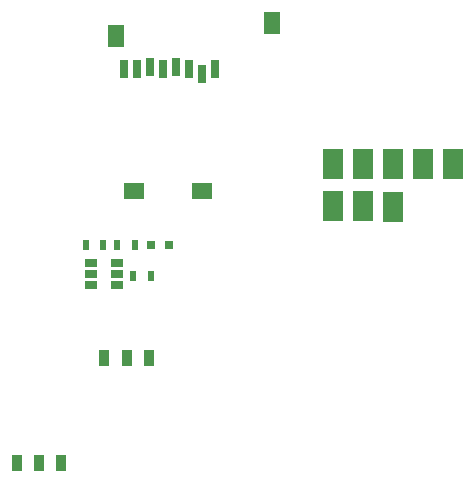
<source format=gbr>
G04 #@! TF.FileFunction,Paste,Bot*
%FSLAX46Y46*%
G04 Gerber Fmt 4.6, Leading zero omitted, Abs format (unit mm)*
G04 Created by KiCad (PCBNEW 4.0.0-rc2-stable) date 7/22/2016 8:43:14 PM*
%MOMM*%
G01*
G04 APERTURE LIST*
%ADD10C,0.100000*%
%ADD11R,0.800000X0.750000*%
%ADD12R,1.700000X2.500000*%
%ADD13R,0.500000X0.900000*%
%ADD14R,0.749300X1.501140*%
%ADD15R,1.399540X1.899920*%
%ADD16R,1.800860X1.399540*%
%ADD17R,1.060000X0.650000*%
%ADD18R,0.889000X1.399540*%
%ADD19R,0.899160X1.399540*%
G04 APERTURE END LIST*
D10*
D11*
X140859200Y-91618800D03*
X139359200Y-91618800D03*
D12*
X164855080Y-84759760D03*
X154695080Y-84759760D03*
X162315080Y-84759760D03*
X159775080Y-84759760D03*
X157235080Y-84759760D03*
X157257560Y-88356480D03*
X154717560Y-88356480D03*
X159790320Y-88391960D03*
D13*
X135279200Y-91598800D03*
X133779200Y-91598800D03*
X136479200Y-91628800D03*
X137979200Y-91628800D03*
X139329200Y-94268800D03*
X137829200Y-94268800D03*
D14*
X138130280Y-76758800D03*
X137030460Y-76758800D03*
X139230100Y-76558140D03*
X140329920Y-76758800D03*
X144729200Y-76758800D03*
X143629380Y-77157580D03*
X142529560Y-76758800D03*
X141429740Y-76558140D03*
D15*
X136329420Y-73908920D03*
X149578060Y-72809100D03*
D16*
X137878820Y-87058500D03*
X143680180Y-87058500D03*
D17*
X134279200Y-95018800D03*
X134279200Y-94068800D03*
X134279200Y-93118800D03*
X136479200Y-93118800D03*
X136479200Y-95018800D03*
X136479200Y-94068800D03*
D18*
X131742620Y-110095800D03*
D19*
X127942780Y-110095800D03*
D18*
X129842700Y-110095800D03*
X139172120Y-101205800D03*
D19*
X135372280Y-101205800D03*
D18*
X137272200Y-101205800D03*
M02*

</source>
